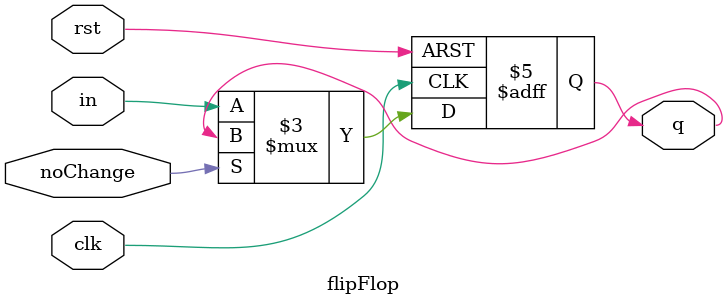
<source format=v>
module flipFlop(input clk, rst, in, noChange, output reg q );
  always@(negedge clk, posedge rst)begin 
    if(rst)
      q <= 1'b0;
    else begin
      if(noChange == 0)
        q <= in;
    end
  end
  
endmodule 

</source>
